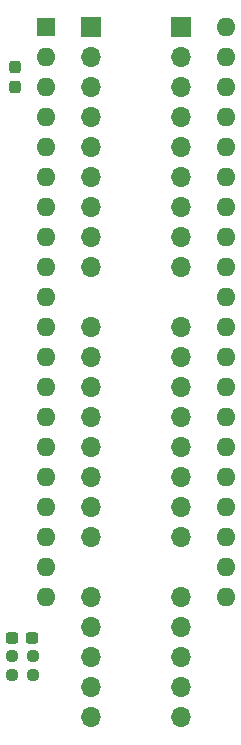
<source format=gbr>
G04 #@! TF.GenerationSoftware,KiCad,Pcbnew,8.0.4+dfsg-1*
G04 #@! TF.CreationDate,2025-02-28T19:43:57+09:00*
G04 #@! TF.ProjectId,bionic-f3850-dcdc,62696f6e-6963-42d6-9633-3835302d6463,7*
G04 #@! TF.SameCoordinates,Original*
G04 #@! TF.FileFunction,Soldermask,Bot*
G04 #@! TF.FilePolarity,Negative*
%FSLAX46Y46*%
G04 Gerber Fmt 4.6, Leading zero omitted, Abs format (unit mm)*
G04 Created by KiCad (PCBNEW 8.0.4+dfsg-1) date 2025-02-28 19:43:57*
%MOMM*%
%LPD*%
G01*
G04 APERTURE LIST*
G04 Aperture macros list*
%AMRoundRect*
0 Rectangle with rounded corners*
0 $1 Rounding radius*
0 $2 $3 $4 $5 $6 $7 $8 $9 X,Y pos of 4 corners*
0 Add a 4 corners polygon primitive as box body*
4,1,4,$2,$3,$4,$5,$6,$7,$8,$9,$2,$3,0*
0 Add four circle primitives for the rounded corners*
1,1,$1+$1,$2,$3*
1,1,$1+$1,$4,$5*
1,1,$1+$1,$6,$7*
1,1,$1+$1,$8,$9*
0 Add four rect primitives between the rounded corners*
20,1,$1+$1,$2,$3,$4,$5,0*
20,1,$1+$1,$4,$5,$6,$7,0*
20,1,$1+$1,$6,$7,$8,$9,0*
20,1,$1+$1,$8,$9,$2,$3,0*%
G04 Aperture macros list end*
%ADD10R,1.700000X1.700000*%
%ADD11O,1.700000X1.700000*%
%ADD12R,1.600000X1.600000*%
%ADD13O,1.600000X1.600000*%
%ADD14RoundRect,0.237500X-0.250000X-0.237500X0.250000X-0.237500X0.250000X0.237500X-0.250000X0.237500X0*%
%ADD15RoundRect,0.237500X0.300000X0.237500X-0.300000X0.237500X-0.300000X-0.237500X0.300000X-0.237500X0*%
%ADD16RoundRect,0.237500X0.237500X-0.300000X0.237500X0.300000X-0.237500X0.300000X-0.237500X-0.300000X0*%
%ADD17RoundRect,0.237500X0.250000X0.237500X-0.250000X0.237500X-0.250000X-0.237500X0.250000X-0.237500X0*%
G04 APERTURE END LIST*
D10*
X109890000Y-75080000D03*
D11*
X109890000Y-77620000D03*
X109890000Y-80160000D03*
X109890000Y-82700000D03*
X109890000Y-85240000D03*
X109890000Y-87780000D03*
X109890000Y-90320000D03*
X109890000Y-92860000D03*
X109890000Y-95400000D03*
X109890000Y-100480000D03*
X109890000Y-103020000D03*
X109890000Y-105560000D03*
X109890000Y-108100000D03*
X109890000Y-110640000D03*
X109890000Y-113180000D03*
X109890000Y-115720000D03*
X109890000Y-118260000D03*
X109890000Y-123340000D03*
X109890000Y-125880000D03*
X109890000Y-128420000D03*
X109890000Y-130960000D03*
X109890000Y-133500000D03*
X117510000Y-133500000D03*
X117510000Y-130960000D03*
X117510000Y-128420000D03*
X117510000Y-125880000D03*
X117510000Y-123340000D03*
X117510000Y-118260000D03*
X117510000Y-115720000D03*
X117510000Y-113180000D03*
X117510000Y-110640000D03*
X117510000Y-108100000D03*
X117510000Y-105560000D03*
X117510000Y-103020000D03*
X117510000Y-100480000D03*
X117510000Y-95400000D03*
X117510000Y-92860000D03*
X117510000Y-90320000D03*
X117510000Y-87780000D03*
X117510000Y-85240000D03*
X117510000Y-82700000D03*
X117510000Y-80160000D03*
X117510000Y-77620000D03*
D10*
X117510000Y-75080000D03*
D12*
X106080000Y-75080000D03*
D13*
X106080000Y-77620000D03*
X106080000Y-80160000D03*
X106080000Y-82700000D03*
X106080000Y-85240000D03*
X106080000Y-87780000D03*
X106080000Y-90320000D03*
X106080000Y-92860000D03*
X106080000Y-95400000D03*
X106080000Y-97940000D03*
X106080000Y-100480000D03*
X106080000Y-103020000D03*
X106080000Y-105560000D03*
X106080000Y-108100000D03*
X106080000Y-110640000D03*
X106080000Y-113180000D03*
X106080000Y-115720000D03*
X106080000Y-118260000D03*
X106080000Y-120800000D03*
X106080000Y-123340000D03*
X121320000Y-123340000D03*
X121320000Y-120800000D03*
X121320000Y-118260000D03*
X121320000Y-115720000D03*
X121320000Y-113180000D03*
X121320000Y-110640000D03*
X121320000Y-108100000D03*
X121320000Y-105560000D03*
X121320000Y-103020000D03*
X121320000Y-100480000D03*
X121320000Y-97940000D03*
X121320000Y-95400000D03*
X121320000Y-92860000D03*
X121320000Y-90320000D03*
X121320000Y-87780000D03*
X121320000Y-85240000D03*
X121320000Y-82700000D03*
X121320000Y-80160000D03*
X121320000Y-77620000D03*
X121320000Y-75080000D03*
D14*
X103185200Y-129918600D03*
X105010200Y-129918600D03*
D15*
X104961300Y-126769000D03*
X103236300Y-126769000D03*
D16*
X103489200Y-80158900D03*
X103489200Y-78433900D03*
D17*
X105013800Y-128346000D03*
X103188800Y-128346000D03*
M02*

</source>
